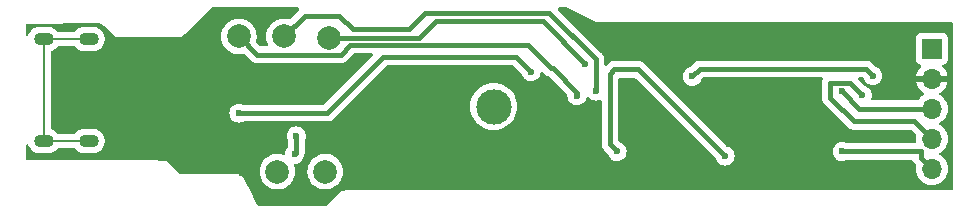
<source format=gbr>
%TF.GenerationSoftware,KiCad,Pcbnew,8.0.6*%
%TF.CreationDate,2024-11-02T11:24:59+01:00*%
%TF.ProjectId,BMU,424d552e-6b69-4636-9164-5f7063625858,rev?*%
%TF.SameCoordinates,Original*%
%TF.FileFunction,Copper,L2,Bot*%
%TF.FilePolarity,Positive*%
%FSLAX46Y46*%
G04 Gerber Fmt 4.6, Leading zero omitted, Abs format (unit mm)*
G04 Created by KiCad (PCBNEW 8.0.6) date 2024-11-02 11:24:59*
%MOMM*%
%LPD*%
G01*
G04 APERTURE LIST*
%TA.AperFunction,ComponentPad*%
%ADD10O,1.700000X1.100000*%
%TD*%
%TA.AperFunction,ComponentPad*%
%ADD11R,1.700000X1.700000*%
%TD*%
%TA.AperFunction,ComponentPad*%
%ADD12O,1.700000X1.700000*%
%TD*%
%TA.AperFunction,ComponentPad*%
%ADD13C,2.000000*%
%TD*%
%TA.AperFunction,ComponentPad*%
%ADD14C,3.000000*%
%TD*%
%TA.AperFunction,ViaPad*%
%ADD15C,0.600000*%
%TD*%
%TA.AperFunction,Conductor*%
%ADD16C,0.200000*%
%TD*%
%TA.AperFunction,Conductor*%
%ADD17C,0.400000*%
%TD*%
G04 APERTURE END LIST*
D10*
%TO.P,J1,S1,SHIELD*%
%TO.N,unconnected-(J1-SHIELD-PadS1)*%
X67300000Y-53975000D03*
X63500000Y-53975000D03*
X67300000Y-62615000D03*
X63500000Y-62615000D03*
%TD*%
D11*
%TO.P,J2,1,Pin_1*%
%TO.N,+5V*%
X138675172Y-54804082D03*
D12*
%TO.P,J2,2,Pin_2*%
%TO.N,GND*%
X138675172Y-57344082D03*
%TO.P,J2,3,Pin_3*%
%TO.N,Net-(D4-K)*%
X138675172Y-59884082D03*
%TO.P,J2,4,Pin_4*%
%TO.N,Net-(J2-Pin_4)*%
X138675172Y-62424082D03*
%TO.P,J2,5,Pin_5*%
%TO.N,Net-(IC1-VSS)*%
X138675172Y-64964082D03*
%TD*%
D13*
%TO.P,hsup1,1,1*%
%TO.N,PMOS-Drain*%
X83274188Y-65202788D03*
%TD*%
D14*
%TO.P,TP1,1,1*%
%TO.N,unconnected-(TP1-Pad1)*%
X101577701Y-59698208D03*
%TD*%
D13*
%TO.P,n2g1,1,1*%
%TO.N,Net-(U1-OC)*%
X83820000Y-53763338D03*
%TD*%
%TO.P,gate1,1,1*%
%TO.N,Net-(IC1-OUT)*%
X87324188Y-65202788D03*
%TD*%
%TO.P,n2s1,1,1*%
%TO.N,Net-(IC1-VSS)*%
X80010000Y-53763338D03*
%TD*%
%TO.P,n1g1,1,1*%
%TO.N,Net-(U1-OD)*%
X87630000Y-53869172D03*
%TD*%
D15*
%TO.N,Net-(IC1-VSS)*%
X121176063Y-63885000D03*
X112037026Y-63500000D03*
X131087026Y-63500000D03*
X108636726Y-58769102D03*
%TO.N,GND*%
X137000000Y-58000000D03*
X73660000Y-63885000D03*
%TO.N,Net-(D4-K)*%
X131087026Y-58420000D03*
%TO.N,Net-(U2-GND)*%
X80010000Y-60260000D03*
X104750000Y-56750000D03*
%TO.N,PMOS-Drain*%
X84875665Y-62183946D03*
X84738488Y-63738488D03*
X118387026Y-57150000D03*
X133688677Y-57080712D03*
%TO.N,Net-(U1-OC)*%
X110241726Y-58380723D03*
%TO.N,Net-(U1-OD)*%
X109336726Y-56070450D03*
%TO.N,Net-(J2-Pin_4)*%
X132800811Y-58737684D03*
%TD*%
D16*
%TO.N,unconnected-(J1-SHIELD-PadS1)*%
X63500000Y-62615000D02*
X67300000Y-62615000D01*
X63500000Y-53975000D02*
X63500000Y-62615000D01*
X67300000Y-53975000D02*
X63500000Y-53975000D01*
D17*
%TO.N,Net-(IC1-VSS)*%
X111437026Y-56901471D02*
X111437026Y-62900000D01*
X131087026Y-63500000D02*
X137725685Y-63500000D01*
X106442718Y-56470450D02*
X104472268Y-54500000D01*
X113841063Y-56550000D02*
X111788497Y-56550000D01*
X121176063Y-63885000D02*
X113841063Y-56550000D01*
X137725685Y-64014595D02*
X138675172Y-64964082D01*
X137725685Y-63500000D02*
X137725685Y-64014595D01*
X106586933Y-56470450D02*
X106442718Y-56470450D01*
D16*
X108636726Y-58769102D02*
X108636726Y-58520243D01*
D17*
X108636726Y-58520243D02*
X106586933Y-56470450D01*
X81555817Y-55309155D02*
X80010000Y-53763338D01*
X111437026Y-62900000D02*
X112037026Y-63500000D01*
X104472268Y-54500000D02*
X89459412Y-54500000D01*
X89459412Y-54500000D02*
X88650257Y-55309155D01*
X88650257Y-55309155D02*
X81555817Y-55309155D01*
X111788497Y-56550000D02*
X111437026Y-56901471D01*
%TO.N,Net-(D4-K)*%
X132551108Y-59884082D02*
X138675172Y-59884082D01*
X131087026Y-58420000D02*
X132551108Y-59884082D01*
%TO.N,Net-(U2-GND)*%
X87481471Y-60260000D02*
X80010000Y-60260000D01*
X104750000Y-56750000D02*
X103500000Y-55500000D01*
X103500000Y-55500000D02*
X92241471Y-55500000D01*
X92241471Y-55500000D02*
X87481471Y-60260000D01*
D16*
%TO.N,PMOS-Drain*%
X84875665Y-63601311D02*
X84738488Y-63738488D01*
D17*
X133107965Y-56500000D02*
X119037026Y-56500000D01*
X84875665Y-62183946D02*
X84875665Y-63601311D01*
X119037026Y-56500000D02*
X118387026Y-57150000D01*
X133688677Y-57080712D02*
X133107965Y-56500000D01*
%TO.N,Net-(U1-OC)*%
X95500000Y-52070000D02*
X95500000Y-52000000D01*
X89650266Y-53150266D02*
X94419734Y-53150266D01*
X83820000Y-53763338D02*
X85583338Y-52000000D01*
X85583338Y-52000000D02*
X88500000Y-52000000D01*
X94419734Y-53150266D02*
X95500000Y-52070000D01*
X110241726Y-55684323D02*
X110241726Y-58380723D01*
X88500000Y-52000000D02*
X89650266Y-53150266D01*
X95748695Y-51751305D02*
X106308708Y-51751305D01*
X106308708Y-51751305D02*
X110241726Y-55684323D01*
X95500000Y-52000000D02*
X95748695Y-51751305D01*
%TO.N,Net-(U1-OD)*%
X109336726Y-56070449D02*
X105736277Y-52470000D01*
X109336726Y-56070450D02*
X109336726Y-56070449D01*
X95286514Y-53869172D02*
X87630000Y-53869172D01*
X96685686Y-52470000D02*
X95286514Y-53869172D01*
X105736277Y-52470000D02*
X96685686Y-52470000D01*
%TO.N,Net-(J2-Pin_4)*%
X130086938Y-58966938D02*
X132080000Y-60960000D01*
X131752246Y-57689119D02*
X130086938Y-57689119D01*
X137211090Y-60960000D02*
X138675172Y-62424082D01*
X132080000Y-60960000D02*
X137211090Y-60960000D01*
X130086938Y-57689119D02*
X130086938Y-58966938D01*
X132800811Y-58737684D02*
X131752246Y-57689119D01*
%TD*%
%TA.AperFunction,Conductor*%
%TO.N,GND*%
G36*
X85059857Y-51320185D02*
G01*
X85105612Y-51372989D01*
X85115556Y-51442147D01*
X85086531Y-51505703D01*
X85080499Y-51512181D01*
X84318269Y-52274410D01*
X84256946Y-52307895D01*
X84194774Y-52304273D01*
X84194584Y-52305025D01*
X84190672Y-52304034D01*
X84190340Y-52304015D01*
X84189619Y-52303767D01*
X83944335Y-52262838D01*
X83695665Y-52262838D01*
X83450383Y-52303767D01*
X83215197Y-52384507D01*
X83215188Y-52384510D01*
X82996493Y-52502862D01*
X82800257Y-52655599D01*
X82631833Y-52838555D01*
X82495826Y-53046731D01*
X82395936Y-53274456D01*
X82334892Y-53515513D01*
X82334890Y-53515525D01*
X82314357Y-53763332D01*
X82314357Y-53763343D01*
X82334890Y-54011150D01*
X82334892Y-54011162D01*
X82395936Y-54252219D01*
X82476044Y-54434845D01*
X82484947Y-54504145D01*
X82454970Y-54567257D01*
X82395631Y-54604144D01*
X82362488Y-54608655D01*
X81897335Y-54608655D01*
X81830296Y-54588970D01*
X81809654Y-54572336D01*
X81495093Y-54257775D01*
X81461608Y-54196452D01*
X81462569Y-54139653D01*
X81495105Y-54011171D01*
X81495107Y-54011162D01*
X81495108Y-54011159D01*
X81503804Y-53906217D01*
X81515643Y-53763343D01*
X81515643Y-53763332D01*
X81495109Y-53515525D01*
X81495107Y-53515516D01*
X81477003Y-53444022D01*
X81434063Y-53274456D01*
X81334173Y-53046731D01*
X81198166Y-52838555D01*
X81104511Y-52736819D01*
X81029744Y-52655600D01*
X80833509Y-52502864D01*
X80833507Y-52502863D01*
X80833506Y-52502862D01*
X80614811Y-52384510D01*
X80614802Y-52384507D01*
X80379616Y-52303767D01*
X80134335Y-52262838D01*
X79885665Y-52262838D01*
X79640383Y-52303767D01*
X79405197Y-52384507D01*
X79405188Y-52384510D01*
X79186493Y-52502862D01*
X78990257Y-52655599D01*
X78821833Y-52838555D01*
X78685826Y-53046731D01*
X78585936Y-53274456D01*
X78524892Y-53515513D01*
X78524890Y-53515525D01*
X78504357Y-53763332D01*
X78504357Y-53763343D01*
X78524890Y-54011150D01*
X78524892Y-54011162D01*
X78585936Y-54252219D01*
X78685826Y-54479944D01*
X78821833Y-54688120D01*
X78821836Y-54688123D01*
X78990256Y-54871076D01*
X79186491Y-55023812D01*
X79186493Y-55023813D01*
X79401575Y-55140210D01*
X79405190Y-55142166D01*
X79640386Y-55222909D01*
X79885665Y-55263838D01*
X80134335Y-55263838D01*
X80379614Y-55222909D01*
X80380319Y-55222666D01*
X80380624Y-55222653D01*
X80384576Y-55221652D01*
X80384781Y-55222465D01*
X80450113Y-55219511D01*
X80508269Y-55252264D01*
X80871333Y-55615327D01*
X81011703Y-55755697D01*
X81082424Y-55826418D01*
X81109276Y-55853270D01*
X81224002Y-55929928D01*
X81224004Y-55929928D01*
X81224006Y-55929930D01*
X81286668Y-55955885D01*
X81286669Y-55955886D01*
X81313518Y-55967007D01*
X81351488Y-55982735D01*
X81351497Y-55982736D01*
X81351498Y-55982737D01*
X81378362Y-55988080D01*
X81378368Y-55988081D01*
X81378408Y-55988089D01*
X81467877Y-56005886D01*
X81486823Y-56009655D01*
X81486824Y-56009655D01*
X88719253Y-56009655D01*
X88827714Y-55988080D01*
X88854585Y-55982735D01*
X88919407Y-55955885D01*
X88982064Y-55929932D01*
X88982065Y-55929931D01*
X88982068Y-55929930D01*
X89096800Y-55853269D01*
X89713250Y-55236819D01*
X89774573Y-55203334D01*
X89800931Y-55200500D01*
X91250952Y-55200500D01*
X91317991Y-55220185D01*
X91363746Y-55272989D01*
X91373690Y-55342147D01*
X91344665Y-55405703D01*
X91338633Y-55412181D01*
X87227633Y-59523181D01*
X87166310Y-59556666D01*
X87139952Y-59559500D01*
X80435494Y-59559500D01*
X80369523Y-59540494D01*
X80359525Y-59534212D01*
X80189254Y-59474631D01*
X80189249Y-59474630D01*
X80010004Y-59454435D01*
X80009996Y-59454435D01*
X79830750Y-59474630D01*
X79830745Y-59474631D01*
X79660476Y-59534211D01*
X79507737Y-59630184D01*
X79380184Y-59757737D01*
X79284211Y-59910476D01*
X79224631Y-60080745D01*
X79224630Y-60080750D01*
X79204435Y-60259996D01*
X79204435Y-60260003D01*
X79224630Y-60439249D01*
X79224631Y-60439254D01*
X79284211Y-60609523D01*
X79375921Y-60755477D01*
X79380184Y-60762262D01*
X79507738Y-60889816D01*
X79559874Y-60922575D01*
X79660474Y-60985787D01*
X79660478Y-60985789D01*
X79734279Y-61011613D01*
X79830745Y-61045368D01*
X79830750Y-61045369D01*
X80009996Y-61065565D01*
X80010000Y-61065565D01*
X80010004Y-61065565D01*
X80189249Y-61045369D01*
X80189252Y-61045368D01*
X80189255Y-61045368D01*
X80359522Y-60985789D01*
X80360488Y-60985181D01*
X80369523Y-60979506D01*
X80435494Y-60960500D01*
X87550467Y-60960500D01*
X87641511Y-60942389D01*
X87685799Y-60933580D01*
X87749540Y-60907177D01*
X87813278Y-60880777D01*
X87813279Y-60880776D01*
X87813282Y-60880775D01*
X87928014Y-60804114D01*
X89033922Y-59698206D01*
X99572091Y-59698206D01*
X99572091Y-59698209D01*
X99592505Y-59983641D01*
X99653329Y-60263245D01*
X99753336Y-60531374D01*
X99890471Y-60782517D01*
X99890476Y-60782525D01*
X100061955Y-61011595D01*
X100061971Y-61011613D01*
X100264295Y-61213937D01*
X100264313Y-61213953D01*
X100493383Y-61385432D01*
X100493391Y-61385437D01*
X100744534Y-61522572D01*
X100744533Y-61522572D01*
X100744537Y-61522573D01*
X100744540Y-61522575D01*
X101012655Y-61622577D01*
X101012661Y-61622578D01*
X101012663Y-61622579D01*
X101292267Y-61683403D01*
X101292269Y-61683403D01*
X101292273Y-61683404D01*
X101545921Y-61701545D01*
X101577700Y-61703818D01*
X101577701Y-61703818D01*
X101577702Y-61703818D01*
X101606296Y-61701772D01*
X101863129Y-61683404D01*
X101871041Y-61681683D01*
X102142738Y-61622579D01*
X102142738Y-61622578D01*
X102142747Y-61622577D01*
X102410862Y-61522575D01*
X102662016Y-61385434D01*
X102891096Y-61213947D01*
X103093440Y-61011603D01*
X103264927Y-60782523D01*
X103402068Y-60531369D01*
X103502070Y-60263254D01*
X103562897Y-59983636D01*
X103583311Y-59698208D01*
X103562897Y-59412780D01*
X103559881Y-59398917D01*
X103502072Y-59133170D01*
X103502071Y-59133168D01*
X103502070Y-59133162D01*
X103402068Y-58865047D01*
X103349679Y-58769105D01*
X103264930Y-58613898D01*
X103264925Y-58613890D01*
X103093446Y-58384820D01*
X103093430Y-58384802D01*
X102891106Y-58182478D01*
X102891088Y-58182462D01*
X102662018Y-58010983D01*
X102662010Y-58010978D01*
X102410867Y-57873843D01*
X102410868Y-57873843D01*
X102239717Y-57810007D01*
X102142747Y-57773839D01*
X102142744Y-57773838D01*
X102142738Y-57773836D01*
X101863134Y-57713012D01*
X101577702Y-57692598D01*
X101577700Y-57692598D01*
X101292267Y-57713012D01*
X101012663Y-57773836D01*
X100744534Y-57873843D01*
X100493391Y-58010978D01*
X100493383Y-58010983D01*
X100264313Y-58182462D01*
X100264295Y-58182478D01*
X100061971Y-58384802D01*
X100061955Y-58384820D01*
X99890476Y-58613890D01*
X99890471Y-58613898D01*
X99753336Y-58865041D01*
X99653329Y-59133170D01*
X99592505Y-59412774D01*
X99572091Y-59698206D01*
X89033922Y-59698206D01*
X92495309Y-56236819D01*
X92556632Y-56203334D01*
X92582990Y-56200500D01*
X103158481Y-56200500D01*
X103225520Y-56220185D01*
X103246162Y-56236819D01*
X103958630Y-56949287D01*
X103987990Y-56996013D01*
X104024209Y-57099519D01*
X104119077Y-57250500D01*
X104120184Y-57252262D01*
X104247738Y-57379816D01*
X104400478Y-57475789D01*
X104468306Y-57499523D01*
X104570745Y-57535368D01*
X104570750Y-57535369D01*
X104749996Y-57555565D01*
X104750000Y-57555565D01*
X104750004Y-57555565D01*
X104929249Y-57535369D01*
X104929252Y-57535368D01*
X104929255Y-57535368D01*
X105099522Y-57475789D01*
X105252262Y-57379816D01*
X105379816Y-57252262D01*
X105475789Y-57099522D01*
X105535368Y-56929255D01*
X105544562Y-56847647D01*
X105571627Y-56783238D01*
X105629222Y-56743682D01*
X105699059Y-56741543D01*
X105755463Y-56773853D01*
X105996172Y-57014562D01*
X105996175Y-57014564D01*
X106076663Y-57068344D01*
X106110907Y-57091225D01*
X106238390Y-57144030D01*
X106240773Y-57144504D01*
X106241904Y-57145096D01*
X106244222Y-57145799D01*
X106244088Y-57146238D01*
X106302685Y-57176887D01*
X106304267Y-57178441D01*
X107795393Y-58669567D01*
X107828878Y-58730890D01*
X107830474Y-58762139D01*
X107831161Y-58762139D01*
X107831161Y-58769105D01*
X107851356Y-58948351D01*
X107851357Y-58948356D01*
X107910937Y-59118625D01*
X107981195Y-59230439D01*
X108006910Y-59271364D01*
X108134464Y-59398918D01*
X108287204Y-59494891D01*
X108399574Y-59534211D01*
X108457471Y-59554470D01*
X108457476Y-59554471D01*
X108636722Y-59574667D01*
X108636726Y-59574667D01*
X108636730Y-59574667D01*
X108815975Y-59554471D01*
X108815978Y-59554470D01*
X108815981Y-59554470D01*
X108986248Y-59494891D01*
X109138988Y-59398918D01*
X109266542Y-59271364D01*
X109362515Y-59118624D01*
X109422094Y-58948357D01*
X109422094Y-58948356D01*
X109423063Y-58945588D01*
X109463785Y-58888811D01*
X109528738Y-58863064D01*
X109597299Y-58876520D01*
X109627786Y-58898861D01*
X109739464Y-59010539D01*
X109892204Y-59106512D01*
X110056201Y-59163897D01*
X110062471Y-59166091D01*
X110062476Y-59166092D01*
X110241722Y-59186288D01*
X110241726Y-59186288D01*
X110241730Y-59186288D01*
X110420975Y-59166092D01*
X110420977Y-59166091D01*
X110420981Y-59166091D01*
X110420984Y-59166089D01*
X110420988Y-59166089D01*
X110571571Y-59113398D01*
X110641350Y-59109836D01*
X110701977Y-59144564D01*
X110734205Y-59206558D01*
X110736526Y-59230439D01*
X110736526Y-62831006D01*
X110736526Y-62968994D01*
X110736526Y-62968996D01*
X110736525Y-62968996D01*
X110763444Y-63104322D01*
X110763447Y-63104332D01*
X110816248Y-63231807D01*
X110892913Y-63346545D01*
X110892914Y-63346546D01*
X111245656Y-63699287D01*
X111275016Y-63746013D01*
X111311235Y-63849519D01*
X111311237Y-63849522D01*
X111407210Y-64002262D01*
X111534764Y-64129816D01*
X111625106Y-64186582D01*
X111687500Y-64225787D01*
X111687504Y-64225789D01*
X111812423Y-64269500D01*
X111857771Y-64285368D01*
X111857776Y-64285369D01*
X112037022Y-64305565D01*
X112037026Y-64305565D01*
X112037030Y-64305565D01*
X112216275Y-64285369D01*
X112216278Y-64285368D01*
X112216281Y-64285368D01*
X112386548Y-64225789D01*
X112539288Y-64129816D01*
X112666842Y-64002262D01*
X112762815Y-63849522D01*
X112822394Y-63679255D01*
X112823402Y-63670308D01*
X112842591Y-63500003D01*
X112842591Y-63499996D01*
X112822395Y-63320750D01*
X112822394Y-63320745D01*
X112809766Y-63284657D01*
X112762815Y-63150478D01*
X112666842Y-62997738D01*
X112539288Y-62870184D01*
X112386548Y-62774211D01*
X112386545Y-62774209D01*
X112283039Y-62737990D01*
X112236313Y-62708630D01*
X112173845Y-62646162D01*
X112140360Y-62584839D01*
X112137526Y-62558481D01*
X112137526Y-57374500D01*
X112157211Y-57307461D01*
X112210015Y-57261706D01*
X112261526Y-57250500D01*
X113499544Y-57250500D01*
X113566583Y-57270185D01*
X113587225Y-57286819D01*
X120384694Y-64084287D01*
X120414054Y-64131013D01*
X120450273Y-64234520D01*
X120450275Y-64234524D01*
X120482779Y-64286253D01*
X120546247Y-64387262D01*
X120673801Y-64514816D01*
X120826541Y-64610789D01*
X120948342Y-64653409D01*
X120996808Y-64670368D01*
X120996813Y-64670369D01*
X121176059Y-64690565D01*
X121176063Y-64690565D01*
X121176067Y-64690565D01*
X121355312Y-64670369D01*
X121355315Y-64670368D01*
X121355318Y-64670368D01*
X121525585Y-64610789D01*
X121678325Y-64514816D01*
X121805879Y-64387262D01*
X121901852Y-64234522D01*
X121961431Y-64064255D01*
X121968416Y-64002262D01*
X121981628Y-63885003D01*
X121981628Y-63884996D01*
X121961432Y-63705750D01*
X121961431Y-63705745D01*
X121933223Y-63625131D01*
X121901852Y-63535478D01*
X121805879Y-63382738D01*
X121678325Y-63255184D01*
X121641121Y-63231807D01*
X121525587Y-63159212D01*
X121525583Y-63159210D01*
X121422076Y-63122991D01*
X121375350Y-63093631D01*
X115431717Y-57149996D01*
X117581461Y-57149996D01*
X117581461Y-57150003D01*
X117601656Y-57329249D01*
X117601657Y-57329254D01*
X117661237Y-57499523D01*
X117756473Y-57651089D01*
X117757210Y-57652262D01*
X117884764Y-57779816D01*
X117927233Y-57806501D01*
X118034403Y-57873841D01*
X118037504Y-57875789D01*
X118207771Y-57935368D01*
X118207776Y-57935369D01*
X118387022Y-57955565D01*
X118387026Y-57955565D01*
X118387030Y-57955565D01*
X118566275Y-57935369D01*
X118566278Y-57935368D01*
X118566281Y-57935368D01*
X118736548Y-57875789D01*
X118889288Y-57779816D01*
X119016842Y-57652262D01*
X119112815Y-57499522D01*
X119149032Y-57396016D01*
X119178394Y-57349288D01*
X119290866Y-57236818D01*
X119352189Y-57203334D01*
X119378546Y-57200500D01*
X129345536Y-57200500D01*
X129412575Y-57220185D01*
X129458330Y-57272989D01*
X129468274Y-57342147D01*
X129460097Y-57371953D01*
X129413358Y-57484790D01*
X129413356Y-57484796D01*
X129386438Y-57620123D01*
X129386438Y-57620126D01*
X129386438Y-58897944D01*
X129386438Y-59035932D01*
X129386438Y-59035934D01*
X129386437Y-59035934D01*
X129413356Y-59171260D01*
X129413359Y-59171270D01*
X129466160Y-59298745D01*
X129542825Y-59413483D01*
X129542826Y-59413484D01*
X131535886Y-61406542D01*
X131587501Y-61458157D01*
X131633459Y-61504115D01*
X131748184Y-61580772D01*
X131748185Y-61580772D01*
X131748189Y-61580775D01*
X131838332Y-61618113D01*
X131872718Y-61632357D01*
X131875671Y-61633580D01*
X131902591Y-61638934D01*
X131992937Y-61656905D01*
X132011006Y-61660500D01*
X132011007Y-61660500D01*
X136869571Y-61660500D01*
X136936610Y-61680185D01*
X136957252Y-61696819D01*
X137312520Y-62052087D01*
X137346005Y-62113410D01*
X137344614Y-62171860D01*
X137340111Y-62188666D01*
X137340108Y-62188679D01*
X137319513Y-62424081D01*
X137319513Y-62424082D01*
X137340564Y-62664692D01*
X137326797Y-62733192D01*
X137278182Y-62783376D01*
X137217036Y-62799500D01*
X131512520Y-62799500D01*
X131446549Y-62780494D01*
X131436551Y-62774212D01*
X131266280Y-62714631D01*
X131266275Y-62714630D01*
X131087030Y-62694435D01*
X131087022Y-62694435D01*
X130907776Y-62714630D01*
X130907771Y-62714631D01*
X130737502Y-62774211D01*
X130584763Y-62870184D01*
X130457210Y-62997737D01*
X130361237Y-63150476D01*
X130301657Y-63320745D01*
X130301656Y-63320750D01*
X130281461Y-63499996D01*
X130281461Y-63500003D01*
X130301656Y-63679249D01*
X130301657Y-63679254D01*
X130361237Y-63849523D01*
X130409029Y-63925583D01*
X130457210Y-64002262D01*
X130584764Y-64129816D01*
X130675106Y-64186582D01*
X130737500Y-64225787D01*
X130737504Y-64225789D01*
X130862423Y-64269500D01*
X130907771Y-64285368D01*
X130907776Y-64285369D01*
X131087022Y-64305565D01*
X131087026Y-64305565D01*
X131087030Y-64305565D01*
X131266275Y-64285369D01*
X131266278Y-64285368D01*
X131266281Y-64285368D01*
X131436548Y-64225789D01*
X131437514Y-64225181D01*
X131446549Y-64219506D01*
X131512520Y-64200500D01*
X136961620Y-64200500D01*
X137028659Y-64220185D01*
X137074414Y-64272989D01*
X137076181Y-64277048D01*
X137087182Y-64303608D01*
X137104910Y-64346406D01*
X137181571Y-64461138D01*
X137312521Y-64592088D01*
X137346005Y-64653409D01*
X137344614Y-64711860D01*
X137340111Y-64728666D01*
X137340108Y-64728679D01*
X137319513Y-64964081D01*
X137319513Y-64964082D01*
X137340108Y-65199485D01*
X137340110Y-65199495D01*
X137401266Y-65427737D01*
X137401268Y-65427741D01*
X137401269Y-65427745D01*
X137500011Y-65639498D01*
X137501137Y-65641912D01*
X137501139Y-65641916D01*
X137581886Y-65757234D01*
X137636677Y-65835483D01*
X137803771Y-66002577D01*
X137900556Y-66070347D01*
X137997337Y-66138114D01*
X137997339Y-66138115D01*
X137997342Y-66138117D01*
X138211509Y-66237985D01*
X138439764Y-66299145D01*
X138628090Y-66315621D01*
X138675171Y-66319741D01*
X138675172Y-66319741D01*
X138675173Y-66319741D01*
X138714406Y-66316308D01*
X138910580Y-66299145D01*
X139138835Y-66237985D01*
X139353002Y-66138117D01*
X139546573Y-66002577D01*
X139713667Y-65835483D01*
X139849207Y-65641912D01*
X139949075Y-65427745D01*
X140010235Y-65199490D01*
X140030831Y-64964082D01*
X140010235Y-64728674D01*
X139949075Y-64500419D01*
X139849207Y-64286253D01*
X139848588Y-64285368D01*
X139713666Y-64092679D01*
X139546574Y-63925588D01*
X139546568Y-63925583D01*
X139361014Y-63795657D01*
X139317389Y-63741080D01*
X139310195Y-63671582D01*
X139341718Y-63609227D01*
X139361014Y-63592507D01*
X139427517Y-63545941D01*
X139546573Y-63462577D01*
X139713667Y-63295483D01*
X139849207Y-63101912D01*
X139949075Y-62887745D01*
X140010235Y-62659490D01*
X140030831Y-62424082D01*
X140010235Y-62188674D01*
X139949075Y-61960419D01*
X139849207Y-61746253D01*
X139805659Y-61684059D01*
X139713666Y-61552679D01*
X139546574Y-61385588D01*
X139546568Y-61385583D01*
X139361014Y-61255657D01*
X139317389Y-61201080D01*
X139310195Y-61131582D01*
X139341718Y-61069227D01*
X139361014Y-61052507D01*
X139383198Y-61036973D01*
X139546573Y-60922577D01*
X139713667Y-60755483D01*
X139849207Y-60561912D01*
X139949075Y-60347745D01*
X140010235Y-60119490D01*
X140030831Y-59884082D01*
X140010235Y-59648674D01*
X139949075Y-59420419D01*
X139849207Y-59206253D01*
X139835228Y-59186288D01*
X139713666Y-59012679D01*
X139546574Y-58845588D01*
X139546573Y-58845587D01*
X139360577Y-58715351D01*
X139316953Y-58660774D01*
X139309760Y-58591275D01*
X139341282Y-58528921D01*
X139360577Y-58512201D01*
X139546254Y-58382187D01*
X139713277Y-58215164D01*
X139848772Y-58021660D01*
X139948601Y-57807574D01*
X139948604Y-57807568D01*
X140005808Y-57594082D01*
X139108184Y-57594082D01*
X139141097Y-57537075D01*
X139175172Y-57409908D01*
X139175172Y-57278256D01*
X139141097Y-57151089D01*
X139108184Y-57094082D01*
X140005808Y-57094082D01*
X140005807Y-57094081D01*
X139948604Y-56880595D01*
X139948601Y-56880589D01*
X139848772Y-56666504D01*
X139848771Y-56666502D01*
X139713285Y-56473008D01*
X139713280Y-56473002D01*
X139591225Y-56350947D01*
X139557740Y-56289624D01*
X139562724Y-56219932D01*
X139604596Y-56163999D01*
X139635572Y-56147084D01*
X139767503Y-56097878D01*
X139882718Y-56011628D01*
X139968968Y-55896413D01*
X140019263Y-55761565D01*
X140025672Y-55701955D01*
X140025671Y-53906210D01*
X140019263Y-53846599D01*
X140016988Y-53840500D01*
X139968969Y-53711753D01*
X139968965Y-53711746D01*
X139882719Y-53596537D01*
X139882716Y-53596534D01*
X139767507Y-53510288D01*
X139767500Y-53510284D01*
X139632654Y-53459990D01*
X139632655Y-53459990D01*
X139573055Y-53453583D01*
X139573053Y-53453582D01*
X139573045Y-53453582D01*
X139573036Y-53453582D01*
X137777301Y-53453582D01*
X137777295Y-53453583D01*
X137717688Y-53459990D01*
X137582843Y-53510284D01*
X137582836Y-53510288D01*
X137467627Y-53596534D01*
X137467624Y-53596537D01*
X137381378Y-53711746D01*
X137381374Y-53711753D01*
X137331080Y-53846599D01*
X137327573Y-53879225D01*
X137324673Y-53906205D01*
X137324672Y-53906217D01*
X137324672Y-55701952D01*
X137324673Y-55701958D01*
X137331080Y-55761565D01*
X137381374Y-55896410D01*
X137381378Y-55896417D01*
X137467624Y-56011626D01*
X137467627Y-56011629D01*
X137582836Y-56097875D01*
X137582843Y-56097879D01*
X137645074Y-56121089D01*
X137714770Y-56147084D01*
X137770703Y-56188955D01*
X137795121Y-56254419D01*
X137780270Y-56322692D01*
X137759119Y-56350947D01*
X137637058Y-56473008D01*
X137501572Y-56666502D01*
X137501571Y-56666504D01*
X137401742Y-56880589D01*
X137401739Y-56880595D01*
X137344536Y-57094081D01*
X137344536Y-57094082D01*
X138242160Y-57094082D01*
X138209247Y-57151089D01*
X138175172Y-57278256D01*
X138175172Y-57409908D01*
X138209247Y-57537075D01*
X138242160Y-57594082D01*
X137344536Y-57594082D01*
X137401739Y-57807568D01*
X137401742Y-57807574D01*
X137501571Y-58021660D01*
X137637066Y-58215164D01*
X137804089Y-58382187D01*
X137989767Y-58512201D01*
X138033391Y-58566778D01*
X138040584Y-58636277D01*
X138009062Y-58698631D01*
X137989767Y-58715351D01*
X137803766Y-58845590D01*
X137636678Y-59012678D01*
X137554036Y-59130705D01*
X137499459Y-59174330D01*
X137452461Y-59183582D01*
X133667639Y-59183582D01*
X133600600Y-59163897D01*
X133554845Y-59111093D01*
X133544901Y-59041935D01*
X133550597Y-59018628D01*
X133586178Y-58916941D01*
X133586179Y-58916939D01*
X133588216Y-58898861D01*
X133606376Y-58737687D01*
X133606376Y-58737680D01*
X133586180Y-58558434D01*
X133586179Y-58558429D01*
X133570003Y-58512201D01*
X133526600Y-58388162D01*
X133430627Y-58235422D01*
X133303073Y-58107868D01*
X133165874Y-58021660D01*
X133150330Y-58011893D01*
X133046824Y-57975674D01*
X133000098Y-57946314D01*
X132465965Y-57412181D01*
X132432480Y-57350858D01*
X132437464Y-57281166D01*
X132479336Y-57225233D01*
X132544800Y-57200816D01*
X132553646Y-57200500D01*
X132766446Y-57200500D01*
X132833485Y-57220185D01*
X132854127Y-57236819D01*
X132897307Y-57279999D01*
X132926667Y-57326725D01*
X132962886Y-57430231D01*
X132991512Y-57475789D01*
X133058861Y-57582974D01*
X133186415Y-57710528D01*
X133276757Y-57767294D01*
X133296684Y-57779815D01*
X133339155Y-57806501D01*
X133509422Y-57866080D01*
X133509427Y-57866081D01*
X133688673Y-57886277D01*
X133688677Y-57886277D01*
X133688681Y-57886277D01*
X133867926Y-57866081D01*
X133867929Y-57866080D01*
X133867932Y-57866080D01*
X134038199Y-57806501D01*
X134190939Y-57710528D01*
X134318493Y-57582974D01*
X134414466Y-57430234D01*
X134474045Y-57259967D01*
X134475112Y-57250500D01*
X134494242Y-57080715D01*
X134494242Y-57080708D01*
X134474046Y-56901462D01*
X134474045Y-56901457D01*
X134462516Y-56868509D01*
X134414466Y-56731190D01*
X134318493Y-56578450D01*
X134190939Y-56450896D01*
X134141721Y-56419970D01*
X134038197Y-56354921D01*
X133934690Y-56318702D01*
X133887965Y-56289342D01*
X133554511Y-55955888D01*
X133554508Y-55955886D01*
X133439772Y-55879222D01*
X133312297Y-55826421D01*
X133312287Y-55826418D01*
X133176961Y-55799500D01*
X133176959Y-55799500D01*
X133176958Y-55799500D01*
X119106020Y-55799500D01*
X118968032Y-55799500D01*
X118968030Y-55799500D01*
X118832703Y-55826418D01*
X118832693Y-55826421D01*
X118705218Y-55879222D01*
X118590483Y-55955886D01*
X118590479Y-55955888D01*
X118187735Y-56358632D01*
X118141010Y-56387992D01*
X118037502Y-56424211D01*
X118037501Y-56424212D01*
X117884763Y-56520184D01*
X117757210Y-56647737D01*
X117661237Y-56800476D01*
X117601657Y-56970745D01*
X117601656Y-56970750D01*
X117581461Y-57149996D01*
X115431717Y-57149996D01*
X114287609Y-56005888D01*
X114287608Y-56005887D01*
X114172870Y-55929222D01*
X114045395Y-55876421D01*
X114045385Y-55876418D01*
X113910059Y-55849500D01*
X113910057Y-55849500D01*
X113910056Y-55849500D01*
X111857491Y-55849500D01*
X111719503Y-55849500D01*
X111719501Y-55849500D01*
X111584174Y-55876418D01*
X111584164Y-55876421D01*
X111456689Y-55929222D01*
X111341951Y-56005887D01*
X111341950Y-56005888D01*
X111153907Y-56193932D01*
X111092584Y-56227417D01*
X111022892Y-56222433D01*
X110966959Y-56180561D01*
X110942542Y-56115097D01*
X110942226Y-56106251D01*
X110942226Y-55615327D01*
X110915307Y-55480000D01*
X110915306Y-55479999D01*
X110915306Y-55479995D01*
X110887217Y-55412181D01*
X110862504Y-55352518D01*
X110862497Y-55352505D01*
X110785841Y-55237782D01*
X110745590Y-55197531D01*
X110688268Y-55140209D01*
X108902874Y-53354815D01*
X107060241Y-51512181D01*
X107026756Y-51450858D01*
X107031740Y-51381166D01*
X107073612Y-51325233D01*
X107139076Y-51300816D01*
X107147922Y-51300500D01*
X107802576Y-51300500D01*
X107858030Y-51313591D01*
X110249414Y-52509282D01*
X110255935Y-52512790D01*
X110296814Y-52536392D01*
X110299368Y-52537076D01*
X110322747Y-52545949D01*
X110325102Y-52547127D01*
X110325109Y-52547129D01*
X110371311Y-52556584D01*
X110378543Y-52558290D01*
X110424108Y-52570500D01*
X110426757Y-52570500D01*
X110451619Y-52573018D01*
X110454214Y-52573549D01*
X110501295Y-52570723D01*
X110508725Y-52570500D01*
X140345500Y-52570500D01*
X140412539Y-52590185D01*
X140458294Y-52642989D01*
X140469500Y-52694500D01*
X140469500Y-66619077D01*
X140449815Y-66686116D01*
X140397011Y-66731871D01*
X140345558Y-66743077D01*
X88970117Y-66767151D01*
X88967935Y-66769521D01*
X88908033Y-66805486D01*
X88876740Y-66809500D01*
X88834107Y-66809500D01*
X88706812Y-66843608D01*
X88592686Y-66909500D01*
X88592683Y-66909502D01*
X87459005Y-68043181D01*
X87397682Y-68076666D01*
X87371324Y-68079500D01*
X81665962Y-68079500D01*
X81598923Y-68059815D01*
X81555053Y-68010954D01*
X80933152Y-66767151D01*
X80921115Y-66743077D01*
X80915512Y-66731871D01*
X80859115Y-66619077D01*
X80840384Y-66581615D01*
X80709447Y-66319741D01*
X80699148Y-66299143D01*
X80668569Y-66237985D01*
X80668568Y-66237983D01*
X80618635Y-66138117D01*
X80550864Y-66002575D01*
X80485944Y-65872736D01*
X80477077Y-65849374D01*
X80476392Y-65846814D01*
X80452790Y-65805934D01*
X80449296Y-65799440D01*
X80428193Y-65757234D01*
X80426433Y-65755249D01*
X80411825Y-65734980D01*
X80410502Y-65732689D01*
X80410499Y-65732685D01*
X80377157Y-65699343D01*
X80372061Y-65693933D01*
X80370053Y-65691669D01*
X80340758Y-65658632D01*
X80338535Y-65657164D01*
X80319186Y-65641372D01*
X80317316Y-65639502D01*
X80317314Y-65639500D01*
X80301154Y-65630169D01*
X80276458Y-65615911D01*
X80270148Y-65612011D01*
X80230783Y-65586021D01*
X80230779Y-65586019D01*
X80230771Y-65586016D01*
X80228257Y-65585178D01*
X80205489Y-65574937D01*
X80203193Y-65573611D01*
X80203187Y-65573608D01*
X80203186Y-65573608D01*
X80203183Y-65573607D01*
X80203180Y-65573606D01*
X80157618Y-65561397D01*
X80150505Y-65559261D01*
X80131860Y-65553046D01*
X80112175Y-65546485D01*
X80054801Y-65506613D01*
X80038802Y-65480817D01*
X80019224Y-65438403D01*
X75087578Y-65438403D01*
X75020539Y-65418718D01*
X74999897Y-65402084D01*
X74800595Y-65202782D01*
X81768545Y-65202782D01*
X81768545Y-65202793D01*
X81789078Y-65450600D01*
X81789080Y-65450612D01*
X81850124Y-65691669D01*
X81950014Y-65919394D01*
X82086021Y-66127570D01*
X82095730Y-66138117D01*
X82254444Y-66310526D01*
X82450679Y-66463262D01*
X82669378Y-66581616D01*
X82904574Y-66662359D01*
X83149853Y-66703288D01*
X83398523Y-66703288D01*
X83643802Y-66662359D01*
X83878998Y-66581616D01*
X84097697Y-66463262D01*
X84293932Y-66310526D01*
X84462352Y-66127573D01*
X84598361Y-65919395D01*
X84698251Y-65691669D01*
X84759296Y-65450609D01*
X84759297Y-65450600D01*
X84779831Y-65202793D01*
X84779831Y-65202782D01*
X85818545Y-65202782D01*
X85818545Y-65202793D01*
X85839078Y-65450600D01*
X85839080Y-65450612D01*
X85900124Y-65691669D01*
X86000014Y-65919394D01*
X86136021Y-66127570D01*
X86145730Y-66138117D01*
X86304444Y-66310526D01*
X86500679Y-66463262D01*
X86719378Y-66581616D01*
X86954574Y-66662359D01*
X87199853Y-66703288D01*
X87448523Y-66703288D01*
X87693802Y-66662359D01*
X87928998Y-66581616D01*
X88147697Y-66463262D01*
X88343932Y-66310526D01*
X88512352Y-66127573D01*
X88648361Y-65919395D01*
X88748251Y-65691669D01*
X88809296Y-65450609D01*
X88809297Y-65450600D01*
X88829831Y-65202793D01*
X88829831Y-65202782D01*
X88809297Y-64954975D01*
X88809295Y-64954963D01*
X88748251Y-64713906D01*
X88648361Y-64486181D01*
X88512354Y-64278005D01*
X88472323Y-64234520D01*
X88343932Y-64095050D01*
X88147697Y-63942314D01*
X88147695Y-63942313D01*
X88147694Y-63942312D01*
X87928999Y-63823960D01*
X87928990Y-63823957D01*
X87693804Y-63743217D01*
X87448523Y-63702288D01*
X87199853Y-63702288D01*
X86954571Y-63743217D01*
X86719385Y-63823957D01*
X86719376Y-63823960D01*
X86500681Y-63942312D01*
X86304445Y-64095049D01*
X86136021Y-64278005D01*
X86000014Y-64486181D01*
X85900124Y-64713906D01*
X85839080Y-64954963D01*
X85839078Y-64954975D01*
X85818545Y-65202782D01*
X84779831Y-65202782D01*
X84759297Y-64954975D01*
X84759295Y-64954963D01*
X84729142Y-64835892D01*
X84698251Y-64713907D01*
X84696782Y-64710558D01*
X84696590Y-64709069D01*
X84696587Y-64709059D01*
X84696589Y-64709058D01*
X84687875Y-64641259D01*
X84717849Y-64578145D01*
X84777186Y-64541255D01*
X84796450Y-64537522D01*
X84816497Y-64535263D01*
X84917738Y-64523857D01*
X84917741Y-64523856D01*
X84917743Y-64523856D01*
X85088010Y-64464277D01*
X85240750Y-64368304D01*
X85368304Y-64240750D01*
X85464277Y-64088010D01*
X85523856Y-63917743D01*
X85523857Y-63917736D01*
X85529760Y-63865344D01*
X85538421Y-63831768D01*
X85549245Y-63805639D01*
X85576165Y-63670304D01*
X85576165Y-62609439D01*
X85595173Y-62543465D01*
X85601452Y-62533471D01*
X85601451Y-62533471D01*
X85601454Y-62533468D01*
X85661033Y-62363201D01*
X85661034Y-62363195D01*
X85681230Y-62183949D01*
X85681230Y-62183942D01*
X85661034Y-62004696D01*
X85661033Y-62004691D01*
X85645544Y-61960426D01*
X85601454Y-61834424D01*
X85505481Y-61681684D01*
X85377927Y-61554130D01*
X85375618Y-61552679D01*
X85225188Y-61458157D01*
X85054919Y-61398577D01*
X85054914Y-61398576D01*
X84875669Y-61378381D01*
X84875661Y-61378381D01*
X84696415Y-61398576D01*
X84696410Y-61398577D01*
X84526141Y-61458157D01*
X84373402Y-61554130D01*
X84245849Y-61681683D01*
X84149876Y-61834422D01*
X84090296Y-62004691D01*
X84090295Y-62004696D01*
X84070100Y-62183942D01*
X84070100Y-62183949D01*
X84090295Y-62363195D01*
X84090296Y-62363200D01*
X84149877Y-62533471D01*
X84156157Y-62543465D01*
X84175165Y-62609439D01*
X84175165Y-63118371D01*
X84155480Y-63185410D01*
X84138846Y-63206052D01*
X84108672Y-63236225D01*
X84012699Y-63388964D01*
X83953119Y-63559233D01*
X83953118Y-63559238D01*
X83938947Y-63685018D01*
X83911881Y-63749432D01*
X83854286Y-63788988D01*
X83784449Y-63791125D01*
X83775464Y-63788416D01*
X83643804Y-63743217D01*
X83398523Y-63702288D01*
X83149853Y-63702288D01*
X82904571Y-63743217D01*
X82669385Y-63823957D01*
X82669376Y-63823960D01*
X82450681Y-63942312D01*
X82254445Y-64095049D01*
X82086021Y-64278005D01*
X81950014Y-64486181D01*
X81850124Y-64713906D01*
X81789080Y-64954963D01*
X81789078Y-64954975D01*
X81768545Y-65202782D01*
X74800595Y-65202782D01*
X73967316Y-64369502D01*
X73967315Y-64369501D01*
X73967314Y-64369500D01*
X73910250Y-64336554D01*
X73853187Y-64303608D01*
X73757633Y-64278005D01*
X73725892Y-64269500D01*
X73725891Y-64269500D01*
X73210660Y-64269500D01*
X73143621Y-64249815D01*
X73142217Y-64248900D01*
X73120499Y-64234524D01*
X73088954Y-64213643D01*
X73088953Y-64213643D01*
X62082419Y-64213643D01*
X62015380Y-64193958D01*
X61969625Y-64141154D01*
X61958419Y-64089643D01*
X61958419Y-62986037D01*
X61978104Y-62918998D01*
X62030908Y-62873243D01*
X62100066Y-62863299D01*
X62163622Y-62892324D01*
X62196979Y-62938582D01*
X62221482Y-62997737D01*
X62261202Y-63093631D01*
X62269059Y-63112598D01*
X62300204Y-63159210D01*
X62384024Y-63284657D01*
X62530342Y-63430975D01*
X62530345Y-63430977D01*
X62702402Y-63545941D01*
X62893580Y-63625130D01*
X63096530Y-63665499D01*
X63096534Y-63665500D01*
X63096535Y-63665500D01*
X63903466Y-63665500D01*
X63903467Y-63665499D01*
X64106420Y-63625130D01*
X64297598Y-63545941D01*
X64469655Y-63430977D01*
X64615977Y-63284655D01*
X64616018Y-63284592D01*
X64625364Y-63270608D01*
X64678977Y-63225803D01*
X64728465Y-63215500D01*
X66071535Y-63215500D01*
X66138574Y-63235185D01*
X66174636Y-63270608D01*
X66184020Y-63284652D01*
X66184025Y-63284658D01*
X66330342Y-63430975D01*
X66330345Y-63430977D01*
X66502402Y-63545941D01*
X66693580Y-63625130D01*
X66896530Y-63665499D01*
X66896534Y-63665500D01*
X66896535Y-63665500D01*
X67703466Y-63665500D01*
X67703467Y-63665499D01*
X67906420Y-63625130D01*
X68097598Y-63545941D01*
X68269655Y-63430977D01*
X68415977Y-63284655D01*
X68530941Y-63112598D01*
X68610130Y-62921420D01*
X68650500Y-62718465D01*
X68650500Y-62511535D01*
X68610130Y-62308580D01*
X68530941Y-62117402D01*
X68415977Y-61945345D01*
X68415975Y-61945342D01*
X68269657Y-61799024D01*
X68183626Y-61741541D01*
X68097598Y-61684059D01*
X68097593Y-61684057D01*
X67906420Y-61604870D01*
X67906412Y-61604868D01*
X67703469Y-61564500D01*
X67703465Y-61564500D01*
X66896535Y-61564500D01*
X66896530Y-61564500D01*
X66693587Y-61604868D01*
X66693579Y-61604870D01*
X66502403Y-61684058D01*
X66330342Y-61799024D01*
X66184025Y-61945341D01*
X66184020Y-61945347D01*
X66174636Y-61959392D01*
X66121023Y-62004197D01*
X66071535Y-62014500D01*
X64728465Y-62014500D01*
X64661426Y-61994815D01*
X64625364Y-61959392D01*
X64615979Y-61945347D01*
X64615974Y-61945341D01*
X64469657Y-61799024D01*
X64297595Y-61684057D01*
X64177047Y-61634124D01*
X64122643Y-61590282D01*
X64100579Y-61523988D01*
X64100500Y-61519563D01*
X64100500Y-55070435D01*
X64120185Y-55003396D01*
X64172989Y-54957641D01*
X64177012Y-54955889D01*
X64297598Y-54905941D01*
X64469655Y-54790977D01*
X64615977Y-54644655D01*
X64616018Y-54644592D01*
X64625364Y-54630608D01*
X64678977Y-54585803D01*
X64728465Y-54575500D01*
X66071535Y-54575500D01*
X66138574Y-54595185D01*
X66174636Y-54630608D01*
X66184020Y-54644652D01*
X66184025Y-54644658D01*
X66330342Y-54790975D01*
X66330345Y-54790977D01*
X66502402Y-54905941D01*
X66693580Y-54985130D01*
X66888049Y-55023812D01*
X66896530Y-55025499D01*
X66896534Y-55025500D01*
X66896535Y-55025500D01*
X67703466Y-55025500D01*
X67703467Y-55025499D01*
X67906420Y-54985130D01*
X68097598Y-54905941D01*
X68269655Y-54790977D01*
X68415977Y-54644655D01*
X68530941Y-54472598D01*
X68610130Y-54281420D01*
X68650500Y-54078465D01*
X68650500Y-53871535D01*
X68610130Y-53668580D01*
X68530941Y-53477402D01*
X68415977Y-53305345D01*
X68415975Y-53305342D01*
X68269657Y-53159024D01*
X68183626Y-53101541D01*
X68097598Y-53044059D01*
X67906420Y-52964870D01*
X67906412Y-52964868D01*
X67703469Y-52924500D01*
X67703465Y-52924500D01*
X66896535Y-52924500D01*
X66896530Y-52924500D01*
X66693587Y-52964868D01*
X66693579Y-52964870D01*
X66502403Y-53044058D01*
X66330342Y-53159024D01*
X66184025Y-53305341D01*
X66184020Y-53305347D01*
X66174636Y-53319392D01*
X66121023Y-53364197D01*
X66071535Y-53374500D01*
X64728465Y-53374500D01*
X64661426Y-53354815D01*
X64625364Y-53319392D01*
X64615979Y-53305347D01*
X64615974Y-53305341D01*
X64469657Y-53159024D01*
X64383626Y-53101541D01*
X64297598Y-53044059D01*
X64106420Y-52964870D01*
X64106412Y-52964868D01*
X63903469Y-52924500D01*
X63903465Y-52924500D01*
X63096535Y-52924500D01*
X63096530Y-52924500D01*
X62893587Y-52964868D01*
X62893579Y-52964870D01*
X62702403Y-53044058D01*
X62530342Y-53159024D01*
X62384024Y-53305342D01*
X62269057Y-53477403D01*
X62196980Y-53651415D01*
X62153139Y-53705818D01*
X62086845Y-53727883D01*
X62019145Y-53710604D01*
X61971535Y-53659466D01*
X61958419Y-53603962D01*
X61958419Y-52798868D01*
X61978104Y-52731829D01*
X62030908Y-52686074D01*
X62080930Y-52674877D01*
X68098556Y-52602810D01*
X68164045Y-52620596D01*
X68735290Y-52964868D01*
X68802266Y-53005232D01*
X68825941Y-53023755D01*
X69445159Y-53642972D01*
X69445169Y-53642983D01*
X69449499Y-53647313D01*
X69449500Y-53647314D01*
X69542686Y-53740500D01*
X69644877Y-53799500D01*
X69656814Y-53806392D01*
X69784107Y-53840500D01*
X69784108Y-53840500D01*
X69784109Y-53840500D01*
X74995890Y-53840500D01*
X74995892Y-53840500D01*
X75123186Y-53806392D01*
X75237314Y-53740500D01*
X75401170Y-53576643D01*
X75433567Y-53553333D01*
X75454459Y-53542927D01*
X75454462Y-53542927D01*
X75524249Y-53454738D01*
X75533773Y-53444040D01*
X77640995Y-51336819D01*
X77702318Y-51303334D01*
X77728676Y-51300500D01*
X84992818Y-51300500D01*
X85059857Y-51320185D01*
G37*
%TD.AperFunction*%
%TD*%
M02*

</source>
